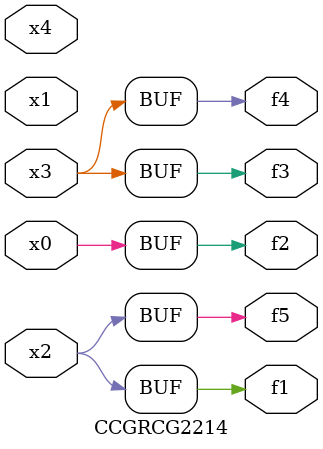
<source format=v>
module CCGRCG2214(
	input x0, x1, x2, x3, x4,
	output f1, f2, f3, f4, f5
);
	assign f1 = x2;
	assign f2 = x0;
	assign f3 = x3;
	assign f4 = x3;
	assign f5 = x2;
endmodule

</source>
